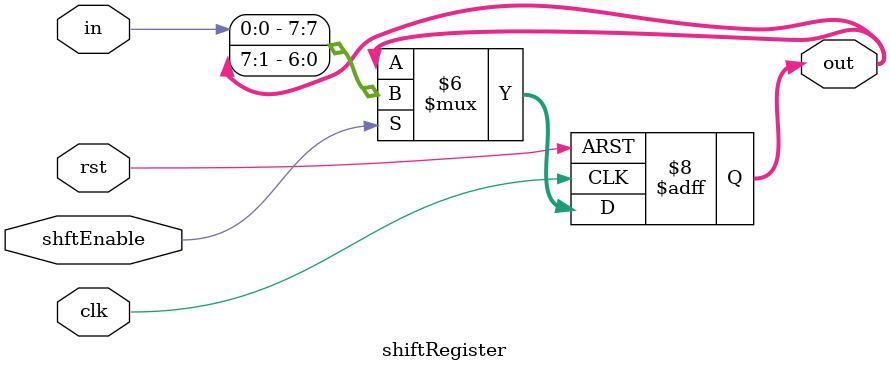
<source format=v>
`timescale 1ns / 1ps
module shiftRegister
(
input clk, 
input rst, 
input in, 
input shftEnable, 
output reg [7:0]out = 8'b00000000
);

	always@(posedge clk, posedge rst)
	begin
		if(rst == 1'b1)
			out <= 0;
		else
		begin
			if(shftEnable == 1'b1)
				out <= {in, out[7:1]};
			
			else
				out <= out;
		end
	
	end
	
endmodule
</source>
